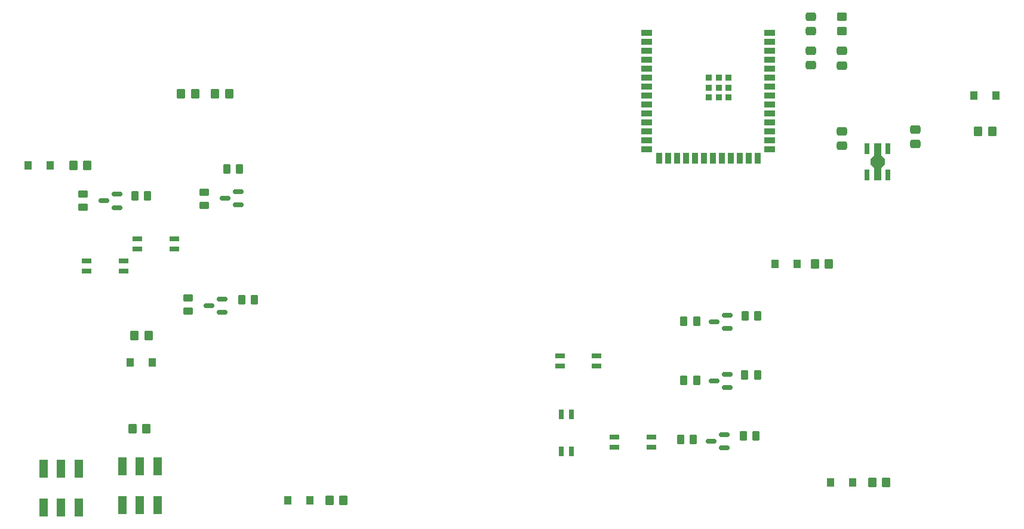
<source format=gbr>
%TF.GenerationSoftware,KiCad,Pcbnew,7.0.1-0*%
%TF.CreationDate,2023-04-14T08:17:47-04:00*%
%TF.ProjectId,WrightSpace,57726967-6874-4537-9061-63652e6b6963,v01*%
%TF.SameCoordinates,Original*%
%TF.FileFunction,Paste,Bot*%
%TF.FilePolarity,Positive*%
%FSLAX46Y46*%
G04 Gerber Fmt 4.6, Leading zero omitted, Abs format (unit mm)*
G04 Created by KiCad (PCBNEW 7.0.1-0) date 2023-04-14 08:17:47*
%MOMM*%
%LPD*%
G01*
G04 APERTURE LIST*
G04 Aperture macros list*
%AMRoundRect*
0 Rectangle with rounded corners*
0 $1 Rounding radius*
0 $2 $3 $4 $5 $6 $7 $8 $9 X,Y pos of 4 corners*
0 Add a 4 corners polygon primitive as box body*
4,1,4,$2,$3,$4,$5,$6,$7,$8,$9,$2,$3,0*
0 Add four circle primitives for the rounded corners*
1,1,$1+$1,$2,$3*
1,1,$1+$1,$4,$5*
1,1,$1+$1,$6,$7*
1,1,$1+$1,$8,$9*
0 Add four rect primitives between the rounded corners*
20,1,$1+$1,$2,$3,$4,$5,0*
20,1,$1+$1,$4,$5,$6,$7,0*
20,1,$1+$1,$6,$7,$8,$9,0*
20,1,$1+$1,$8,$9,$2,$3,0*%
%AMFreePoly0*
4,1,13,0.900000,0.500000,2.600000,0.500000,2.600000,-0.500000,0.900000,-0.500000,0.400000,-1.000000,-0.400000,-1.000000,-0.900000,-0.500000,-2.600000,-0.500000,-2.600000,0.500000,-0.900000,0.500000,-0.400000,1.000000,0.400000,1.000000,0.900000,0.500000,0.900000,0.500000,$1*%
G04 Aperture macros list end*
%ADD10RoundRect,0.250000X-0.450000X0.262500X-0.450000X-0.262500X0.450000X-0.262500X0.450000X0.262500X0*%
%ADD11RoundRect,0.250000X-0.350000X-0.450000X0.350000X-0.450000X0.350000X0.450000X-0.350000X0.450000X0*%
%ADD12R,1.080000X1.250000*%
%ADD13RoundRect,0.250000X0.262500X0.450000X-0.262500X0.450000X-0.262500X-0.450000X0.262500X-0.450000X0*%
%ADD14RoundRect,0.250000X0.350000X0.450000X-0.350000X0.450000X-0.350000X-0.450000X0.350000X-0.450000X0*%
%ADD15R,1.200000X2.500000*%
%ADD16RoundRect,0.150000X0.587500X0.150000X-0.587500X0.150000X-0.587500X-0.150000X0.587500X-0.150000X0*%
%ADD17RoundRect,0.250000X-0.475000X0.337500X-0.475000X-0.337500X0.475000X-0.337500X0.475000X0.337500X0*%
%ADD18R,1.400000X0.800000*%
%ADD19RoundRect,0.250000X0.450000X-0.350000X0.450000X0.350000X-0.450000X0.350000X-0.450000X-0.350000X0*%
%ADD20R,0.700000X1.500000*%
%ADD21FreePoly0,90.000000*%
%ADD22R,0.800000X1.400000*%
%ADD23RoundRect,0.250000X0.475000X-0.337500X0.475000X0.337500X-0.475000X0.337500X-0.475000X-0.337500X0*%
%ADD24R,1.500000X0.900000*%
%ADD25R,0.900000X1.500000*%
%ADD26R,0.900000X0.900000*%
G04 APERTURE END LIST*
D10*
%TO.C,R1*%
X101496500Y-88138000D03*
X101496500Y-89963000D03*
%TD*%
D11*
%TO.C,R20*%
X100076000Y-84074000D03*
X102076000Y-84074000D03*
%TD*%
D12*
%TO.C,D9*%
X96810000Y-84074000D03*
X93690000Y-84074000D03*
%TD*%
%TO.C,D6*%
X230922000Y-74168000D03*
X227802000Y-74168000D03*
%TD*%
D13*
%TO.C,R13*%
X188007000Y-122936000D03*
X186182000Y-122936000D03*
%TD*%
D14*
%TO.C,R7*%
X110458000Y-121412000D03*
X108458000Y-121412000D03*
%TD*%
%TO.C,R17*%
X230378000Y-79248000D03*
X228378000Y-79248000D03*
%TD*%
D10*
%TO.C,R2*%
X118618000Y-87884000D03*
X118618000Y-89709000D03*
%TD*%
D15*
%TO.C,SW2*%
X112014000Y-132246000D03*
X112014000Y-126746000D03*
X109514000Y-132246000D03*
X109514000Y-126746000D03*
X107014000Y-132246000D03*
X107014000Y-126746000D03*
%TD*%
D16*
%TO.C,Q1*%
X106322500Y-88138000D03*
X106322500Y-90038000D03*
X104447500Y-89088000D03*
%TD*%
D13*
%TO.C,R12*%
X188468000Y-114554000D03*
X186643000Y-114554000D03*
%TD*%
D17*
%TO.C,C3*%
X209042000Y-67834000D03*
X209042000Y-69909000D03*
%TD*%
D10*
%TO.C,R3*%
X116379000Y-102870000D03*
X116379000Y-104695000D03*
%TD*%
D11*
%TO.C,R22*%
X136398000Y-131572000D03*
X138398000Y-131572000D03*
%TD*%
D18*
%TO.C,D2*%
X101988000Y-97610000D03*
X107188000Y-97610000D03*
X107188000Y-99060000D03*
X101988000Y-99060000D03*
%TD*%
D16*
%TO.C,Q6*%
X192422000Y-122240000D03*
X192422000Y-124140000D03*
X190547000Y-123190000D03*
%TD*%
D19*
%TO.C,R8*%
X209042000Y-65008000D03*
X209042000Y-63008000D03*
%TD*%
D20*
%TO.C,U1*%
X215622000Y-85416000D03*
D21*
X214122000Y-83566000D03*
D20*
X212622000Y-85416000D03*
X212622000Y-81716000D03*
X215622000Y-81716000D03*
%TD*%
D12*
%TO.C,D11*%
X133640000Y-131572000D03*
X130520000Y-131572000D03*
%TD*%
D17*
%TO.C,C1*%
X209042000Y-79205000D03*
X209042000Y-81280000D03*
%TD*%
D13*
%TO.C,R16*%
X196897000Y-122428000D03*
X195072000Y-122428000D03*
%TD*%
D16*
%TO.C,Q4*%
X192786000Y-105288000D03*
X192786000Y-107188000D03*
X190911000Y-106238000D03*
%TD*%
D22*
%TO.C,D4*%
X169238600Y-124611300D03*
X169238600Y-119411300D03*
X170688600Y-119411300D03*
X170688600Y-124611300D03*
%TD*%
D13*
%TO.C,R5*%
X123651000Y-84582000D03*
X121826000Y-84582000D03*
%TD*%
D23*
%TO.C,C4*%
X204702500Y-65024000D03*
X204702500Y-62949000D03*
%TD*%
D17*
%TO.C,C5*%
X204702500Y-67796500D03*
X204702500Y-69871500D03*
%TD*%
D15*
%TO.C,SW1*%
X100838000Y-132588000D03*
X100838000Y-127088000D03*
X98338000Y-132588000D03*
X98338000Y-127088000D03*
X95838000Y-132588000D03*
X95838000Y-127088000D03*
%TD*%
D11*
%TO.C,R21*%
X205232000Y-98044000D03*
X207232000Y-98044000D03*
%TD*%
D18*
%TO.C,D3*%
X169104000Y-111035000D03*
X174304000Y-111035000D03*
X174304000Y-112485000D03*
X169104000Y-112485000D03*
%TD*%
D14*
%TO.C,R19*%
X110744000Y-108204000D03*
X108744000Y-108204000D03*
%TD*%
D13*
%TO.C,R11*%
X188468000Y-106172000D03*
X186643000Y-106172000D03*
%TD*%
%TO.C,R14*%
X197151000Y-105410000D03*
X195326000Y-105410000D03*
%TD*%
D14*
%TO.C,R10*%
X117348000Y-73914000D03*
X115348000Y-73914000D03*
%TD*%
D16*
%TO.C,Q2*%
X123444000Y-87762000D03*
X123444000Y-89662000D03*
X121569000Y-88712000D03*
%TD*%
D18*
%TO.C,D1*%
X114397000Y-95915000D03*
X109197000Y-95915000D03*
X109197000Y-94465000D03*
X114397000Y-94465000D03*
%TD*%
D24*
%TO.C,U2*%
X198869000Y-65298000D03*
X198869000Y-66568000D03*
X198869000Y-67838000D03*
X198869000Y-69108000D03*
X198869000Y-70378000D03*
X198869000Y-71648000D03*
X198869000Y-72918000D03*
X198869000Y-74188000D03*
X198869000Y-75458000D03*
X198869000Y-76728000D03*
X198869000Y-77998000D03*
X198869000Y-79268000D03*
X198869000Y-80538000D03*
X198869000Y-81808000D03*
D25*
X197104000Y-83058000D03*
X195834000Y-83058000D03*
X194564000Y-83058000D03*
X193294000Y-83058000D03*
X192024000Y-83058000D03*
X190754000Y-83058000D03*
X189484000Y-83058000D03*
X188214000Y-83058000D03*
X186944000Y-83058000D03*
X185674000Y-83058000D03*
X184404000Y-83058000D03*
X183134000Y-83058000D03*
D24*
X181369000Y-81808000D03*
X181369000Y-80538000D03*
X181369000Y-79268000D03*
X181369000Y-77998000D03*
X181369000Y-76728000D03*
X181369000Y-75458000D03*
X181369000Y-74188000D03*
X181369000Y-72918000D03*
X181369000Y-71648000D03*
X181369000Y-70378000D03*
X181369000Y-69108000D03*
X181369000Y-67838000D03*
X181369000Y-66568000D03*
X181369000Y-65298000D03*
D26*
X193019000Y-74418000D03*
X193019000Y-73018000D03*
X193019000Y-71618000D03*
X191619000Y-74418000D03*
X191619000Y-73018000D03*
X191619000Y-71618000D03*
X190219000Y-74418000D03*
X190219000Y-73018000D03*
X190219000Y-71618000D03*
%TD*%
D13*
%TO.C,R15*%
X197104000Y-113792000D03*
X195279000Y-113792000D03*
%TD*%
D17*
%TO.C,C2*%
X219456000Y-78951000D03*
X219456000Y-81026000D03*
%TD*%
D11*
%TO.C,R18*%
X213376000Y-129032000D03*
X215376000Y-129032000D03*
%TD*%
D13*
%TO.C,R4*%
X110640500Y-88392000D03*
X108815500Y-88392000D03*
%TD*%
D12*
%TO.C,D10*%
X202728000Y-98044000D03*
X199608000Y-98044000D03*
%TD*%
%TO.C,D8*%
X111288000Y-112014000D03*
X108168000Y-112014000D03*
%TD*%
D14*
%TO.C,R9*%
X122174000Y-73914000D03*
X120174000Y-73914000D03*
%TD*%
D16*
%TO.C,Q3*%
X121205000Y-103002000D03*
X121205000Y-104902000D03*
X119330000Y-103952000D03*
%TD*%
%TO.C,Q5*%
X192786000Y-113670000D03*
X192786000Y-115570000D03*
X190911000Y-114620000D03*
%TD*%
D12*
%TO.C,D7*%
X210602000Y-129032000D03*
X207482000Y-129032000D03*
%TD*%
D13*
%TO.C,R6*%
X125777000Y-103124000D03*
X123952000Y-103124000D03*
%TD*%
D18*
%TO.C,D5*%
X176846600Y-122548500D03*
X182046600Y-122548500D03*
X182046600Y-123998500D03*
X176846600Y-123998500D03*
%TD*%
M02*

</source>
